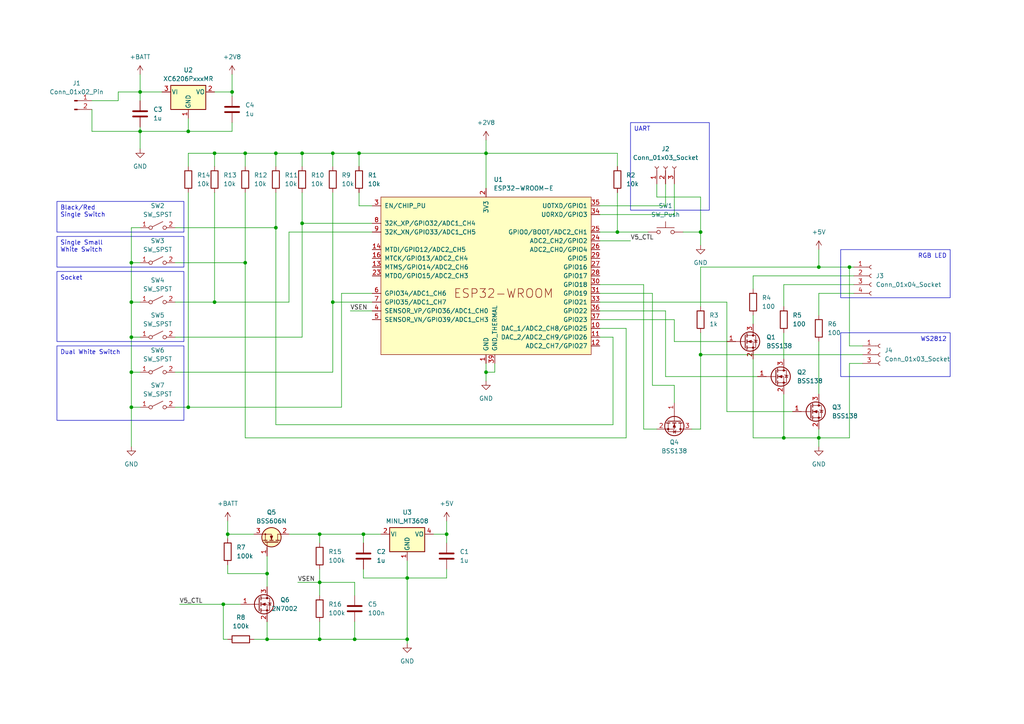
<source format=kicad_sch>
(kicad_sch (version 20230121) (generator eeschema)
  (paper "A4")
  (lib_symbols
    (symbol "Capacitor_US_AKL:C_0805" (pin_numbers hide) (pin_names (offset 0.254))
      (property "Reference" "C" (at 0.635 2.54 0))
      (property "Value" "C_0805" (at 0.635 -2.54 0))
      (symbol "C_0805_0_1"
        (polyline (pts (xy -2.032 -0.762) (xy 2.032 -0.762)) (stroke (width 0.508)))
        (polyline (pts (xy -2.032 0.762) (xy 2.032 0.762)) (stroke (width 0.508)))
      )
      (symbol "C_0805_1_1"
        (pin passive line (at 0 3.81 270) (length 2.794) (name "~") (number "1"))
        (pin passive line (at 0 -3.81 90) (length 2.794) (name "~") (number "2"))
      )
    )
    (symbol "Connector:Conn_01x02_Pin" (pin_names (offset 1.016) hide)
      (property "Reference" "J" (at 0 2.54 0))
      (property "Value" "Conn_01x02_Pin" (at 0 -5.08 0))
      (symbol "Conn_01x02_Pin_1_1"
        (polyline (pts (xy 1.27 -2.54) (xy 0.8636 -2.54)) (stroke (width 0.1524)))
        (polyline (pts (xy 1.27 0) (xy 0.8636 0)) (stroke (width 0.1524)))
        (rectangle (start 0.8636 -2.413) (end 0 -2.667) (stroke (width 0.1524)) (fill (type outline)))
        (rectangle (start 0.8636 0.127) (end 0 -0.127) (stroke (width 0.1524)) (fill (type outline)))
        (pin passive line (at 5.08 0 180) (length 3.81) (name "Pin_1") (number "1"))
        (pin passive line (at 5.08 -2.54 180) (length 3.81) (name "Pin_2") (number "2"))
      )
    )
    (symbol "Connector:Conn_01x03_Socket" (pin_names (offset 1.016) hide)
      (property "Reference" "J" (at 0 5.08 0))
      (property "Value" "Conn_01x03_Socket" (at 0 -5.08 0))
      (symbol "Conn_01x03_Socket_1_1"
        (arc (start 0 -2.032) (mid -0.5058 -2.54) (end 0 -3.048) (stroke (width 0.1524)))
        (polyline (pts (xy -1.27 -2.54) (xy -0.508 -2.54)) (stroke (width 0.1524)))
        (polyline (pts (xy -1.27 0) (xy -0.508 0)) (stroke (width 0.1524)))
        (polyline (pts (xy -1.27 2.54) (xy -0.508 2.54)) (stroke (width 0.1524)))
        (arc (start 0 0.508) (mid -0.5058 0) (end 0 -0.508) (stroke (width 0.1524)))
        (arc (start 0 3.048) (mid -0.5058 2.54) (end 0 2.032) (stroke (width 0.1524)))
        (pin passive line (at -5.08 2.54 0) (length 3.81) (name "Pin_1") (number "1"))
        (pin passive line (at -5.08 0 0) (length 3.81) (name "Pin_2") (number "2"))
        (pin passive line (at -5.08 -2.54 0) (length 3.81) (name "Pin_3") (number "3"))
      )
    )
    (symbol "Connector:Conn_01x04_Socket" (pin_names (offset 1.016) hide)
      (property "Reference" "J" (at 0 5.08 0))
      (property "Value" "Conn_01x04_Socket" (at 0 -7.62 0))
      (symbol "Conn_01x04_Socket_1_1"
        (arc (start 0 -4.572) (mid -0.5058 -5.08) (end 0 -5.588) (stroke (width 0.1524)))
        (arc (start 0 -2.032) (mid -0.5058 -2.54) (end 0 -3.048) (stroke (width 0.1524)))
        (polyline (pts (xy -1.27 -5.08) (xy -0.508 -5.08)) (stroke (width 0.1524)))
        (polyline (pts (xy -1.27 -2.54) (xy -0.508 -2.54)) (stroke (width 0.1524)))
        (polyline (pts (xy -1.27 0) (xy -0.508 0)) (stroke (width 0.1524)))
        (polyline (pts (xy -1.27 2.54) (xy -0.508 2.54)) (stroke (width 0.1524)))
        (arc (start 0 0.508) (mid -0.5058 0) (end 0 -0.508) (stroke (width 0.1524)))
        (arc (start 0 3.048) (mid -0.5058 2.54) (end 0 2.032) (stroke (width 0.1524)))
        (pin passive line (at -5.08 2.54 0) (length 3.81) (name "Pin_1") (number "1"))
        (pin passive line (at -5.08 0 0) (length 3.81) (name "Pin_2") (number "2"))
        (pin passive line (at -5.08 -2.54 0) (length 3.81) (name "Pin_3") (number "3"))
        (pin passive line (at -5.08 -5.08 0) (length 3.81) (name "Pin_4") (number "4"))
      )
    )
    (symbol "PCM_4ms_Power-symbol:GND" (power) (pin_names (offset 0))
      (property "Value" "GND" (at 0 -3.81 0))
      (symbol "GND_0_1"
        (polyline (pts (xy 0 0) (xy 0 -1.27) (xy 1.27 -1.27) (xy 0 -2.54) (xy -1.27 -1.27) (xy 0 -1.27)))
      )
      (symbol "GND_1_1"
        (pin power_in line (at 0 0 270) (length 0) hide (name "GND") (number "1"))
      )
    )
    (symbol "PCM_Espressif:ESP32-WROOM-E" (pin_names (offset 1.016))
      (property "Reference" "U" (at -30.48 27.94 0))
      (property "Value" "ESP32-WROOM-E" (at -30.48 25.4 0))
      (symbol "ESP32-WROOM-E_0_1"
        (rectangle (start -30.48 22.86) (end 30.48 -22.86) (fill (type background)))
      )
      (symbol "ESP32-WROOM-E_1_1"
        (text "ESP32-­WROOM­" (at 5.08 -5.08 0) (effects (font (size 2.54 2.54))))
        (pin power_in line (at 0 -25.4 90) (length 2.54) (name "GND") (number "1"))
        (pin bidirectional line (at 33.02 -15.24 180) (length 2.54) (name "DAC_1/ADC2_CH8/GPIO25") (number "10"))
        (pin bidirectional line (at 33.02 -17.78 180) (length 2.54) (name "DAC_2/ADC2_CH9/GPIO26") (number "11"))
        (pin bidirectional line (at 33.02 -20.32 180) (length 2.54) (name "ADC2_CH7/GPIO27") (number "12"))
        (pin bidirectional line (at -33.02 2.54 0) (length 2.54) (name "MTMS/GPIO14/ADC2_CH6") (number "13"))
        (pin bidirectional line (at -33.02 7.62 0) (length 2.54) (name "MTDI/GPIO12/ADC2_CH5") (number "14"))
        (pin passive line (at 0 -25.4 90) (length 2.54) hide (name "GND") (number "15"))
        (pin bidirectional line (at -33.02 5.08 0) (length 2.54) (name "MTCK/GPIO13/ADC2_CH4") (number "16"))
        (pin power_in line (at 0 25.4 270) (length 2.54) (name "3V3") (number "2"))
        (pin bidirectional line (at -33.02 0 0) (length 2.54) (name "MTDO/GPIO15/ADC2_CH3") (number "23"))
        (pin bidirectional line (at 33.02 10.16 180) (length 2.54) (name "ADC2_CH2/GPIO2") (number "24"))
        (pin bidirectional line (at 33.02 12.7 180) (length 2.54) (name "GPIO0/BOOT/ADC2_CH1") (number "25"))
        (pin bidirectional line (at 33.02 7.62 180) (length 2.54) (name "ADC2_CH0/GPIO4") (number "26"))
        (pin bidirectional line (at 33.02 2.54 180) (length 2.54) (name "GPIO16") (number "27"))
        (pin bidirectional line (at 33.02 0 180) (length 2.54) (name "GPIO17") (number "28"))
        (pin bidirectional line (at 33.02 5.08 180) (length 2.54) (name "GPIO5") (number "29"))
        (pin input line (at -33.02 20.32 0) (length 2.54) (name "EN/CHIP_PU") (number "3"))
        (pin bidirectional line (at 33.02 -2.54 180) (length 2.54) (name "GPIO18") (number "30"))
        (pin bidirectional line (at 33.02 -5.08 180) (length 2.54) (name "GPIO19") (number "31"))
        (pin bidirectional line (at 33.02 -7.62 180) (length 2.54) (name "GPIO21") (number "33"))
        (pin bidirectional line (at 33.02 17.78 180) (length 2.54) (name "U0RXD/GPIO3") (number "34"))
        (pin bidirectional line (at 33.02 20.32 180) (length 2.54) (name "U0TXD/GPIO1") (number "35"))
        (pin bidirectional line (at 33.02 -10.16 180) (length 2.54) (name "GPIO22") (number "36"))
        (pin bidirectional line (at 33.02 -12.7 180) (length 2.54) (name "GPIO23") (number "37"))
        (pin passive line (at 0 -25.4 90) (length 2.54) hide (name "GND") (number "38"))
        (pin power_in line (at 2.54 -25.4 90) (length 2.54) (name "GND_THERMAL") (number "39"))
        (pin input line (at -33.02 -10.16 0) (length 2.54) (name "SENSOR_VP/GPIO36/ADC1_CH0") (number "4"))
        (pin input line (at -33.02 -12.7 0) (length 2.54) (name "SENSOR_VN/GPIO39/ADC1_CH3") (number "5"))
        (pin input line (at -33.02 -5.08 0) (length 2.54) (name "GPIO34/ADC1_CH6") (number "6"))
        (pin input line (at -33.02 -7.62 0) (length 2.54) (name "GPIO35/ADC1_CH7") (number "7"))
        (pin bidirectional line (at -33.02 15.24 0) (length 2.54) (name "32K_XP/GPIO32/ADC1_CH4") (number "8"))
        (pin bidirectional line (at -33.02 12.7 0) (length 2.54) (name "32K_XN/GPIO33/ADC1_CH5") (number "9"))
      )
    )
    (symbol "Regulator_Linear:XC6206PxxxMR" (pin_names (offset 0.254))
      (property "Reference" "U" (at -3.81 3.175 0))
      (property "Value" "XC6206PxxxMR" (at 0 3.175 0))
      (symbol "XC6206PxxxMR_0_1"
        (rectangle (start -5.08 1.905) (end 5.08 -5.08) (stroke (width 0.254)) (fill (type background)))
      )
      (symbol "XC6206PxxxMR_1_1"
        (pin power_in line (at 0 -7.62 90) (length 2.54) (name "GND") (number "1"))
        (pin power_out line (at 7.62 0 180) (length 2.54) (name "VO") (number "2"))
        (pin power_in line (at -7.62 0 0) (length 2.54) (name "VI") (number "3"))
      )
    )
    (symbol "Resistor_AKL:R_0805" (pin_numbers hide) (pin_names (offset 0))
      (property "Reference" "R" (at 2.54 1.27 0))
      (property "Value" "R_0805" (at 2.54 -1.27 0))
      (symbol "R_0805_0_1"
        (rectangle (start -1.016 -2.54) (end 1.016 2.54) (stroke (width 0.254)))
      )
      (symbol "R_0805_1_1"
        (pin passive line (at 0 3.81 270) (length 1.27) (name "~") (number "1"))
        (pin passive line (at 0 -3.81 90) (length 1.27) (name "~") (number "2"))
      )
    )
    (symbol "Switch:SW_Push" (pin_numbers hide) (pin_names (offset 1.016) hide)
      (property "Reference" "SW" (at 1.27 2.54 0))
      (property "Value" "SW_Push" (at 0 -1.524 0))
      (symbol "SW_Push_0_1"
        (circle (center -2.032 0) (radius 0.508))
        (polyline (pts (xy 0 1.27) (xy 0 3.048)))
        (polyline (pts (xy 2.54 1.27) (xy -2.54 1.27)))
        (circle (center 2.032 0) (radius 0.508))
        (pin passive line (at -5.08 0 0) (length 2.54) (name "1") (number "1"))
        (pin passive line (at 5.08 0 180) (length 2.54) (name "2") (number "2"))
      )
    )
    (symbol "Switch:SW_SPST" (pin_names (offset 0) hide)
      (property "Reference" "SW" (at 0 3.175 0))
      (property "Value" "SW_SPST" (at 0 -2.54 0))
      (symbol "SW_SPST_0_0"
        (circle (center -2.032 0) (radius 0.508))
        (polyline (pts (xy -1.524 0.254) (xy 1.524 1.778)))
        (circle (center 2.032 0) (radius 0.508))
      )
      (symbol "SW_SPST_1_1"
        (pin passive line (at -5.08 0 0) (length 2.54) (name "A") (number "1"))
        (pin passive line (at 5.08 0 180) (length 2.54) (name "B") (number "2"))
      )
    )
    (symbol "Transistor_FET:2N7002" (pin_names hide)
      (property "Reference" "Q" (at 5.08 1.905 0))
      (property "Value" "2N7002" (at 5.08 0 0))
      (symbol "2N7002_0_1"
        (polyline (pts (xy 0.254 0) (xy -2.54 0)))
        (polyline (pts (xy 0.254 1.905) (xy 0.254 -1.905)) (stroke (width 0.254)))
        (polyline (pts (xy 0.762 -1.27) (xy 0.762 -2.286)) (stroke (width 0.254)))
        (polyline (pts (xy 0.762 0.508) (xy 0.762 -0.508)) (stroke (width 0.254)))
        (polyline (pts (xy 0.762 2.286) (xy 0.762 1.27)) (stroke (width 0.254)))
        (polyline (pts (xy 2.54 2.54) (xy 2.54 1.778)))
        (polyline (pts (xy 2.54 -2.54) (xy 2.54 0) (xy 0.762 0)))
        (polyline (pts (xy 0.762 -1.778) (xy 3.302 -1.778) (xy 3.302 1.778) (xy 0.762 1.778)))
        (polyline (pts (xy 1.016 0) (xy 2.032 0.381) (xy 2.032 -0.381) (xy 1.016 0)) (fill (type outline)))
        (polyline (pts (xy 2.794 0.508) (xy 2.921 0.381) (xy 3.683 0.381) (xy 3.81 0.254)))
        (polyline (pts (xy 3.302 0.381) (xy 2.921 -0.254) (xy 3.683 -0.254) (xy 3.302 0.381)))
        (circle (center 1.651 0) (radius 2.794) (stroke (width 0.254)))
        (circle (center 2.54 -1.778) (radius 0.254) (fill (type outline)))
        (circle (center 2.54 1.778) (radius 0.254) (fill (type outline)))
      )
      (symbol "2N7002_1_1"
        (pin input line (at -5.08 0 0) (length 2.54) (name "G") (number "1"))
        (pin passive line (at 2.54 -5.08 90) (length 2.54) (name "S") (number "2"))
        (pin passive line (at 2.54 5.08 270) (length 2.54) (name "D") (number "3"))
      )
    )
    (symbol "Transistor_FET:BSS138" (pin_names hide)
      (property "Reference" "Q" (at 5.08 1.905 0))
      (property "Value" "BSS138" (at 5.08 0 0))
      (symbol "BSS138_0_1"
        (polyline (pts (xy 0.254 0) (xy -2.54 0)))
        (polyline (pts (xy 0.254 1.905) (xy 0.254 -1.905)) (stroke (width 0.254)))
        (polyline (pts (xy 0.762 -1.27) (xy 0.762 -2.286)) (stroke (width 0.254)))
        (polyline (pts (xy 0.762 0.508) (xy 0.762 -0.508)) (stroke (width 0.254)))
        (polyline (pts (xy 0.762 2.286) (xy 0.762 1.27)) (stroke (width 0.254)))
        (polyline (pts (xy 2.54 2.54) (xy 2.54 1.778)))
        (polyline (pts (xy 2.54 -2.54) (xy 2.54 0) (xy 0.762 0)))
        (polyline (pts (xy 0.762 -1.778) (xy 3.302 -1.778) (xy 3.302 1.778) (xy 0.762 1.778)))
        (polyline (pts (xy 1.016 0) (xy 2.032 0.381) (xy 2.032 -0.381) (xy 1.016 0)) (fill (type outline)))
        (polyline (pts (xy 2.794 0.508) (xy 2.921 0.381) (xy 3.683 0.381) (xy 3.81 0.254)))
        (polyline (pts (xy 3.302 0.381) (xy 2.921 -0.254) (xy 3.683 -0.254) (xy 3.302 0.381)))
        (circle (center 1.651 0) (radius 2.794) (stroke (width 0.254)))
        (circle (center 2.54 -1.778) (radius 0.254) (fill (type outline)))
        (circle (center 2.54 1.778) (radius 0.254) (fill (type outline)))
      )
      (symbol "BSS138_1_1"
        (pin input line (at -5.08 0 0) (length 2.54) (name "G") (number "1"))
        (pin passive line (at 2.54 -5.08 90) (length 2.54) (name "S") (number "2"))
        (pin passive line (at 2.54 5.08 270) (length 2.54) (name "D") (number "3"))
      )
    )
    (symbol "Transistor_MOSFET_AKL:BSS606N" (pin_names hide)
      (property "Reference" "Q" (at 5.08 1.27 0))
      (property "Value" "BSS606N" (at 5.08 -1.27 0))
      (symbol "BSS606N_0_1"
        (polyline (pts (xy 0.254 -1.27) (xy -2.54 -1.27)))
        (polyline (pts (xy 0.254 1.905) (xy 0.254 -1.905)) (stroke (width 0.254)))
        (polyline (pts (xy 0.762 -1.778) (xy 2.54 -1.778)))
        (polyline (pts (xy 0.762 -1.27) (xy 0.762 -2.286)) (stroke (width 0.254)))
        (polyline (pts (xy 0.762 0.508) (xy 0.762 -0.508)) (stroke (width 0.254)))
        (polyline (pts (xy 0.762 2.286) (xy 0.762 1.27)) (stroke (width 0.254)))
        (polyline (pts (xy 2.54 1.778) (xy 0.762 1.778)))
        (polyline (pts (xy 2.54 2.54) (xy 2.54 1.778)))
        (polyline (pts (xy 2.54 -2.54) (xy 2.54 0) (xy 0.762 0)))
        (polyline (pts (xy 1.016 0) (xy 2.032 0.381) (xy 2.032 -0.381) (xy 1.016 0)) (fill (type outline)))
        (circle (center 1.651 0) (radius 2.794) (stroke (width 0.254)) (fill (type background)))
        (circle (center 2.54 -1.778) (radius 0.1778) (fill (type outline)))
      )
      (symbol "BSS606N_1_1"
        (pin input line (at -3.81 -1.27 0) (length 2.54) (name "G") (number "1"))
        (pin passive line (at 2.54 5.08 270) (length 2.54) (name "D") (number "2"))
        (pin passive line (at 2.54 -5.08 90) (length 2.54) (name "S") (number "3"))
      )
    )
    (symbol "custom_symbols:MINI_MT3608" (pin_names (offset 0.254))
      (property "Reference" "U" (at -3.81 3.175 0))
      (property "Value" "MINI_MT3608" (at 0 3.175 0))
      (symbol "MINI_MT3608_1_1"
        (rectangle (start -5.08 1.905) (end 5.08 -5.08) (stroke (width 0.254)) (fill (type background)))
        (pin power_in line (at 0 -7.62 90) (length 2.54) (name "GND") (number "1"))
        (pin power_in line (at -7.62 0 0) (length 2.54) (name "VI") (number "2"))
        (pin power_in line (at 0 -7.62 90) (length 2.54) hide (name "GND") (number "3"))
        (pin power_out line (at 7.62 0 180) (length 2.54) (name "VO") (number "4"))
      )
    )
    (symbol "power:+2V8" (power) (pin_names (offset 0))
      (property "Value" "+2V8" (at 0 3.556 0))
      (symbol "+2V8_0_1"
        (polyline (pts (xy -0.762 1.27) (xy 0 2.54)))
        (polyline (pts (xy 0 0) (xy 0 2.54)))
        (polyline (pts (xy 0 2.54) (xy 0.762 1.27)))
      )
      (symbol "+2V8_1_1"
        (pin power_in line (at 0 0 90) (length 0) hide (name "+2V8") (number "1"))
      )
    )
    (symbol "power:+5V" (power) (pin_names (offset 0))
      (property "Value" "+5V" (at 0 3.556 0))
      (symbol "+5V_0_1"
        (polyline (pts (xy -0.762 1.27) (xy 0 2.54)))
        (polyline (pts (xy 0 0) (xy 0 2.54)))
        (polyline (pts (xy 0 2.54) (xy 0.762 1.27)))
      )
      (symbol "+5V_1_1"
        (pin power_in line (at 0 0 90) (length 0) hide (name "+5V") (number "1"))
      )
    )
    (symbol "power:+BATT" (power) (pin_names (offset 0))
      (property "Value" "+BATT" (at 0 3.556 0))
      (symbol "+BATT_0_1"
        (polyline (pts (xy -0.762 1.27) (xy 0 2.54)))
        (polyline (pts (xy 0 0) (xy 0 2.54)))
        (polyline (pts (xy 0 2.54) (xy 0.762 1.27)))
      )
      (symbol "+BATT_1_1"
        (pin power_in line (at 0 0 90) (length 0) hide (name "+BATT") (number "1"))
      )
    )
  )
  (junction (at 87.63 64.77))
  (junction (at 129.54 154.94))
  (junction (at 203.2 102.87))
  (junction (at 77.47 166.37))
  (junction (at 38.1 76.2))
  (junction (at 105.41 154.94))
  (junction (at 96.52 87.63))
  (junction (at 246.38 77.47))
  (junction (at 40.64 38.1))
  (junction (at 64.77 175.26))
  (junction (at 102.87 185.42))
  (junction (at 62.23 44.45))
  (junction (at 140.97 107.95))
  (junction (at 96.52 44.45))
  (junction (at 80.01 66.04))
  (junction (at 92.71 168.91))
  (junction (at 104.14 44.45))
  (junction (at 38.1 107.95))
  (junction (at 71.12 76.2))
  (junction (at 62.23 87.63))
  (junction (at 237.49 127))
  (junction (at 118.11 167.64))
  (junction (at 54.61 118.11))
  (junction (at 140.97 44.45))
  (junction (at 227.33 127))
  (junction (at 77.47 185.42))
  (junction (at 38.1 118.11))
  (junction (at 71.12 44.45))
  (junction (at 203.2 67.31))
  (junction (at 67.31 26.67))
  (junction (at 92.71 154.94))
  (junction (at 38.1 97.79))
  (junction (at 92.71 185.42))
  (junction (at 40.64 26.67))
  (junction (at 237.49 77.47))
  (junction (at 38.1 87.63))
  (junction (at 66.04 154.94))
  (junction (at 118.11 185.42))
  (junction (at 179.07 67.31))
  (junction (at 80.01 44.45))
  (junction (at 54.61 38.1))
  (junction (at 87.63 44.45))
  (wire (pts (xy 118.11 167.64) (xy 118.11 185.42)))
  (wire (pts (xy 67.31 21.59) (xy 67.31 26.67)))
  (wire (pts (xy 129.54 167.64) (xy 118.11 167.64)))
  (wire (pts (xy 50.8 76.2) (xy 71.12 76.2)))
  (wire (pts (xy 71.12 44.45) (xy 80.01 44.45)))
  (wire (pts (xy 203.2 102.87) (xy 203.2 124.46)))
  (wire (pts (xy 40.64 36.83) (xy 40.64 38.1)))
  (wire (pts (xy 38.1 107.95) (xy 38.1 118.11)))
  (wire (pts (xy 190.5 124.46) (xy 186.69 124.46)))
  (wire (pts (xy 195.58 92.71) (xy 173.99 92.71)))
  (wire (pts (xy 189.23 85.09) (xy 173.99 85.09)))
  (wire (pts (xy 203.2 57.15) (xy 203.2 67.31)))
  (wire (pts (xy 177.8 97.79) (xy 177.8 123.19)))
  (wire (pts (xy 92.71 165.1) (xy 92.71 168.91)))
  (wire (pts (xy 203.2 71.12) (xy 203.2 67.31)))
  (wire (pts (xy 26.67 31.75) (xy 26.67 38.1)))
  (wire (pts (xy 38.1 118.11) (xy 40.64 118.11)))
  (wire (pts (xy 237.49 85.09) (xy 237.49 91.44)))
  (wire (pts (xy 71.12 48.26) (xy 71.12 44.45)))
  (wire (pts (xy 40.64 29.21) (xy 40.64 26.67)))
  (wire (pts (xy 179.07 48.26) (xy 179.07 44.45)))
  (wire (pts (xy 218.44 91.44) (xy 218.44 93.98)))
  (wire (pts (xy 143.51 105.41) (xy 143.51 107.95)))
  (wire (pts (xy 62.23 44.45) (xy 71.12 44.45)))
  (wire (pts (xy 86.36 168.91) (xy 92.71 168.91)))
  (wire (pts (xy 210.82 99.06) (xy 195.58 99.06)))
  (wire (pts (xy 102.87 172.72) (xy 102.87 168.91)))
  (wire (pts (xy 129.54 151.13) (xy 129.54 154.94)))
  (wire (pts (xy 26.67 38.1) (xy 40.64 38.1)))
  (wire (pts (xy 64.77 185.42) (xy 64.77 175.26)))
  (wire (pts (xy 102.87 185.42) (xy 118.11 185.42)))
  (wire (pts (xy 104.14 59.69) (xy 107.95 59.69)))
  (wire (pts (xy 66.04 166.37) (xy 77.47 166.37)))
  (wire (pts (xy 246.38 105.41) (xy 246.38 127)))
  (wire (pts (xy 104.14 44.45) (xy 140.97 44.45)))
  (wire (pts (xy 40.64 38.1) (xy 54.61 38.1)))
  (wire (pts (xy 104.14 48.26) (xy 104.14 44.45)))
  (wire (pts (xy 227.33 127) (xy 237.49 127)))
  (wire (pts (xy 203.2 102.87) (xy 250.19 102.87)))
  (wire (pts (xy 92.71 154.94) (xy 105.41 154.94)))
  (wire (pts (xy 189.23 111.76) (xy 189.23 85.09)))
  (wire (pts (xy 105.41 167.64) (xy 118.11 167.64)))
  (wire (pts (xy 62.23 55.88) (xy 62.23 87.63)))
  (wire (pts (xy 92.71 185.42) (xy 102.87 185.42)))
  (wire (pts (xy 105.41 157.48) (xy 105.41 154.94)))
  (wire (pts (xy 140.97 40.64) (xy 140.97 44.45)))
  (wire (pts (xy 80.01 66.04) (xy 80.01 123.19)))
  (wire (pts (xy 218.44 127) (xy 227.33 127)))
  (wire (pts (xy 190.5 57.15) (xy 203.2 57.15)))
  (wire (pts (xy 195.58 116.84) (xy 195.58 111.76)))
  (wire (pts (xy 173.99 82.55) (xy 186.69 82.55)))
  (wire (pts (xy 179.07 55.88) (xy 179.07 67.31)))
  (wire (pts (xy 237.49 77.47) (xy 246.38 77.47)))
  (wire (pts (xy 193.04 109.22) (xy 219.71 109.22)))
  (wire (pts (xy 102.87 168.91) (xy 92.71 168.91)))
  (wire (pts (xy 92.71 168.91) (xy 92.71 172.72)))
  (wire (pts (xy 38.1 76.2) (xy 38.1 87.63)))
  (wire (pts (xy 40.64 76.2) (xy 38.1 76.2)))
  (wire (pts (xy 186.69 82.55) (xy 186.69 124.46)))
  (wire (pts (xy 26.67 29.21) (xy 34.29 29.21)))
  (wire (pts (xy 64.77 175.26) (xy 69.85 175.26)))
  (wire (pts (xy 80.01 55.88) (xy 80.01 66.04)))
  (wire (pts (xy 193.04 59.69) (xy 193.04 53.34)))
  (wire (pts (xy 179.07 44.45) (xy 140.97 44.45)))
  (wire (pts (xy 140.97 44.45) (xy 140.97 54.61)))
  (wire (pts (xy 179.07 67.31) (xy 173.99 67.31)))
  (wire (pts (xy 96.52 48.26) (xy 96.52 44.45)))
  (wire (pts (xy 129.54 154.94) (xy 129.54 157.48)))
  (wire (pts (xy 54.61 48.26) (xy 54.61 44.45)))
  (wire (pts (xy 195.58 62.23) (xy 195.58 53.34)))
  (wire (pts (xy 71.12 55.88) (xy 71.12 76.2)))
  (wire (pts (xy 67.31 27.94) (xy 67.31 26.67)))
  (wire (pts (xy 87.63 64.77) (xy 107.95 64.77)))
  (wire (pts (xy 246.38 127) (xy 237.49 127)))
  (wire (pts (xy 54.61 118.11) (xy 99.06 118.11)))
  (wire (pts (xy 218.44 104.14) (xy 218.44 127)))
  (wire (pts (xy 203.2 88.9) (xy 203.2 77.47)))
  (wire (pts (xy 143.51 107.95) (xy 140.97 107.95)))
  (wire (pts (xy 101.6 90.17) (xy 107.95 90.17)))
  (wire (pts (xy 105.41 154.94) (xy 110.49 154.94)))
  (wire (pts (xy 87.63 44.45) (xy 96.52 44.45)))
  (wire (pts (xy 50.8 66.04) (xy 80.01 66.04)))
  (wire (pts (xy 173.99 59.69) (xy 193.04 59.69)))
  (wire (pts (xy 38.1 107.95) (xy 40.64 107.95)))
  (wire (pts (xy 38.1 118.11) (xy 38.1 129.54)))
  (wire (pts (xy 38.1 87.63) (xy 38.1 97.79)))
  (wire (pts (xy 92.71 180.34) (xy 92.71 185.42)))
  (wire (pts (xy 66.04 154.94) (xy 73.66 154.94)))
  (wire (pts (xy 71.12 76.2) (xy 71.12 127)))
  (wire (pts (xy 181.61 95.25) (xy 181.61 127)))
  (wire (pts (xy 227.33 96.52) (xy 227.33 104.14)))
  (wire (pts (xy 193.04 90.17) (xy 173.99 90.17)))
  (wire (pts (xy 96.52 55.88) (xy 96.52 87.63)))
  (wire (pts (xy 247.65 85.09) (xy 237.49 85.09)))
  (wire (pts (xy 203.2 96.52) (xy 203.2 102.87)))
  (wire (pts (xy 247.65 80.01) (xy 218.44 80.01)))
  (wire (pts (xy 38.1 97.79) (xy 40.64 97.79)))
  (wire (pts (xy 66.04 163.83) (xy 66.04 166.37)))
  (wire (pts (xy 77.47 161.29) (xy 77.47 166.37)))
  (wire (pts (xy 71.12 127) (xy 181.61 127)))
  (wire (pts (xy 203.2 77.47) (xy 237.49 77.47)))
  (wire (pts (xy 87.63 55.88) (xy 87.63 64.77)))
  (wire (pts (xy 140.97 105.41) (xy 140.97 107.95)))
  (wire (pts (xy 80.01 48.26) (xy 80.01 44.45)))
  (wire (pts (xy 67.31 35.56) (xy 67.31 38.1)))
  (wire (pts (xy 179.07 67.31) (xy 187.96 67.31)))
  (wire (pts (xy 250.19 100.33) (xy 246.38 100.33)))
  (wire (pts (xy 173.99 62.23) (xy 195.58 62.23)))
  (wire (pts (xy 173.99 87.63) (xy 210.82 87.63)))
  (wire (pts (xy 77.47 185.42) (xy 92.71 185.42)))
  (wire (pts (xy 129.54 165.1) (xy 129.54 167.64)))
  (wire (pts (xy 77.47 166.37) (xy 77.47 170.18)))
  (wire (pts (xy 246.38 77.47) (xy 247.65 77.47)))
  (wire (pts (xy 200.66 124.46) (xy 203.2 124.46)))
  (wire (pts (xy 96.52 87.63) (xy 107.95 87.63)))
  (wire (pts (xy 50.8 87.63) (xy 62.23 87.63)))
  (wire (pts (xy 87.63 48.26) (xy 87.63 44.45)))
  (wire (pts (xy 250.19 105.41) (xy 246.38 105.41)))
  (wire (pts (xy 54.61 44.45) (xy 62.23 44.45)))
  (wire (pts (xy 210.82 87.63) (xy 210.82 119.38)))
  (wire (pts (xy 67.31 26.67) (xy 62.23 26.67)))
  (wire (pts (xy 62.23 48.26) (xy 62.23 44.45)))
  (wire (pts (xy 40.64 26.67) (xy 46.99 26.67)))
  (wire (pts (xy 173.99 69.85) (xy 182.88 69.85)))
  (wire (pts (xy 237.49 77.47) (xy 237.49 72.39)))
  (wire (pts (xy 129.54 154.94) (xy 125.73 154.94)))
  (wire (pts (xy 38.1 97.79) (xy 38.1 107.95)))
  (wire (pts (xy 104.14 55.88) (xy 104.14 59.69)))
  (wire (pts (xy 190.5 57.15) (xy 190.5 53.34)))
  (wire (pts (xy 62.23 87.63) (xy 83.82 87.63)))
  (wire (pts (xy 237.49 127) (xy 237.49 129.54)))
  (wire (pts (xy 247.65 82.55) (xy 227.33 82.55)))
  (wire (pts (xy 246.38 100.33) (xy 246.38 77.47)))
  (wire (pts (xy 66.04 154.94) (xy 66.04 156.21)))
  (wire (pts (xy 50.8 107.95) (xy 96.52 107.95)))
  (wire (pts (xy 229.87 119.38) (xy 210.82 119.38)))
  (wire (pts (xy 105.41 165.1) (xy 105.41 167.64)))
  (wire (pts (xy 193.04 109.22) (xy 193.04 90.17)))
  (wire (pts (xy 237.49 124.46) (xy 237.49 127)))
  (wire (pts (xy 218.44 80.01) (xy 218.44 83.82)))
  (wire (pts (xy 34.29 29.21) (xy 34.29 26.67)))
  (wire (pts (xy 54.61 34.29) (xy 54.61 38.1)))
  (wire (pts (xy 203.2 67.31) (xy 198.12 67.31)))
  (wire (pts (xy 99.06 118.11) (xy 99.06 85.09)))
  (wire (pts (xy 118.11 162.56) (xy 118.11 167.64)))
  (wire (pts (xy 66.04 185.42) (xy 64.77 185.42)))
  (wire (pts (xy 40.64 21.59) (xy 40.64 26.67)))
  (wire (pts (xy 118.11 185.42) (xy 118.11 186.69)))
  (wire (pts (xy 237.49 99.06) (xy 237.49 114.3)))
  (wire (pts (xy 50.8 118.11) (xy 54.61 118.11)))
  (wire (pts (xy 96.52 44.45) (xy 104.14 44.45)))
  (wire (pts (xy 40.64 38.1) (xy 40.64 43.18)))
  (wire (pts (xy 99.06 85.09) (xy 107.95 85.09)))
  (wire (pts (xy 77.47 180.34) (xy 77.47 185.42)))
  (wire (pts (xy 227.33 82.55) (xy 227.33 88.9)))
  (wire (pts (xy 102.87 180.34) (xy 102.87 185.42)))
  (wire (pts (xy 83.82 154.94) (xy 92.71 154.94)))
  (wire (pts (xy 38.1 87.63) (xy 40.64 87.63)))
  (wire (pts (xy 34.29 26.67) (xy 40.64 26.67)))
  (wire (pts (xy 140.97 107.95) (xy 140.97 110.49)))
  (wire (pts (xy 87.63 64.77) (xy 87.63 97.79)))
  (wire (pts (xy 50.8 97.79) (xy 87.63 97.79)))
  (wire (pts (xy 67.31 38.1) (xy 54.61 38.1)))
  (wire (pts (xy 83.82 87.63) (xy 83.82 67.31)))
  (wire (pts (xy 80.01 123.19) (xy 177.8 123.19)))
  (wire (pts (xy 52.07 175.26) (xy 64.77 175.26)))
  (wire (pts (xy 83.82 67.31) (xy 107.95 67.31)))
  (wire (pts (xy 38.1 66.04) (xy 40.64 66.04)))
  (wire (pts (xy 177.8 97.79) (xy 173.99 97.79)))
  (wire (pts (xy 38.1 66.04) (xy 38.1 76.2)))
  (wire (pts (xy 195.58 111.76) (xy 189.23 111.76)))
  (wire (pts (xy 80.01 44.45) (xy 87.63 44.45)))
  (wire (pts (xy 73.66 185.42) (xy 77.47 185.42)))
  (wire (pts (xy 96.52 107.95) (xy 96.52 87.63)))
  (wire (pts (xy 227.33 114.3) (xy 227.33 127)))
  (wire (pts (xy 195.58 92.71) (xy 195.58 99.06)))
  (wire (pts (xy 66.04 151.13) (xy 66.04 154.94)))
  (wire (pts (xy 92.71 154.94) (xy 92.71 157.48)))
  (wire (pts (xy 54.61 55.88) (xy 54.61 118.11)))
  (wire (pts (xy 173.99 95.25) (xy 181.61 95.25)))
  (text_box "Black/Red\nSingle Switch" (at 16.51 58.42 0) (size 36.83 8.89) (effects (font (size 1.27 1.27)) (justify left top)))
  (text_box "UART" (at 182.88 35.56 0) (size 22.86 25.4) (effects (font (size 1.27 1.27)) (justify left top)))
  (text_box "RGB LED" (at 243.84 72.39 0) (size 31.75 13.97) (effects (font (size 1.27 1.27)) (justify right top)))
  (text_box "Dual White Switch" (at 16.51 100.33 0) (size 36.83 21.59) (effects (font (size 1.27 1.27)) (justify left top)))
  (text_box "Single Small\nWhite Switch" (at 16.51 68.58 0) (size 36.83 8.89) (effects (font (size 1.27 1.27)) (justify left top)))
  (text_box "WS2812" (at 243.84 96.52 0) (size 31.75 12.7) (effects (font (size 1.27 1.27)) (justify right top)))
  (text_box "Socket" (at 16.51 78.74 0) (size 36.83 20.32) (effects (font (size 1.27 1.27)) (justify left top)))
  (label "VSEN" (at 101.6 90.17 0))
  (label "VSEN" (at 86.36 168.91 0))
  (label "V5_CTL" (at 182.88 69.85 0))
  (label "V5_CTL" (at 52.07 175.26 0))
  (symbol (lib_id "PCM_4ms_Power-symbol:GND") (at 118.11 186.69 0) (unit 1)
    (property "Reference" "#PWR010" (effects hide))
    (property "Value" "GND" (at 118.11 191.77 0))
  )
  (symbol (lib_id "Capacitor_US_AKL:C_0805") (at 40.64 33.02 0) (unit 1)
    (property "Reference" "C3" (at 44.45 31.75 0) (effects (justify left)))
    (property "Value" "1u" (at 44.45 34.29 0) (effects (justify left)))
    (property "Footprint" "Capacitor_SMD_AKL:C_0805_2012Metric" (effects hide))
  )
  (symbol (lib_id "Connector:Conn_01x02_Pin") (at 21.59 29.21 0) (unit 1)
    (property "Reference" "J1" (at 22.225 24.13 0))
    (property "Value" "Conn_01x02_Pin" (at 22.225 26.67 0))
    (property "Footprint" "Connector_PinHeader_2.54mm:PinHeader_1x02_P2.54mm_Vertical" (effects hide))
  )
  (symbol (lib_id "PCM_4ms_Power-symbol:GND") (at 140.97 110.49 0) (unit 1)
    (property "Reference" "#PWR01" (effects hide))
    (property "Value" "GND" (at 140.97 115.57 0))
  )
  (symbol (lib_id "power:+BATT") (at 40.64 21.59 0) (unit 1)
    (property "Reference" "#PWR08" (effects hide))
    (property "Value" "+BATT" (at 40.64 16.51 0))
  )
  (symbol (lib_id "Resistor_AKL:R_0805") (at 54.61 52.07 0) (unit 1)
    (property "Reference" "R14" (at 57.15 50.8 0) (effects (justify left)))
    (property "Value" "10k" (at 57.15 53.34 0) (effects (justify left)))
    (property "Footprint" "Resistor_SMD_AKL:R_0805_2012Metric" (effects hide))
  )
  (symbol (lib_id "Resistor_AKL:R_0805") (at 71.12 52.07 0) (unit 1)
    (property "Reference" "R12" (at 73.66 50.8 0) (effects (justify left)))
    (property "Value" "10k" (at 73.66 53.34 0) (effects (justify left)))
    (property "Footprint" "Resistor_SMD_AKL:R_0805_2012Metric" (effects hide))
  )
  (symbol (lib_id "Switch:SW_SPST") (at 45.72 107.95 0) (unit 1)
    (property "Reference" "SW6" (at 45.72 101.6 0))
    (property "Value" "SW_SPST" (at 45.72 104.14 0))
    (property "Footprint" "Connector_PinHeader_2.54mm:PinHeader_1x02_P2.54mm_Vertical" (effects hide))
  )
  (symbol (lib_id "Switch:SW_Push") (at 193.04 67.31 0) (unit 1)
    (property "Reference" "SW1" (at 193.04 59.69 0))
    (property "Value" "SW_Push" (at 193.04 62.23 0))
    (property "Footprint" "Connector_PinHeader_2.54mm:PinHeader_1x02_P2.54mm_Vertical" (effects hide))
  )
  (symbol (lib_id "Capacitor_US_AKL:C_0805") (at 67.31 31.75 0) (unit 1)
    (property "Reference" "C4" (at 71.12 30.48 0) (effects (justify left)))
    (property "Value" "1u" (at 71.12 33.02 0) (effects (justify left)))
    (property "Footprint" "Capacitor_SMD_AKL:C_0805_2012Metric" (effects hide))
  )
  (symbol (lib_id "PCM_4ms_Power-symbol:GND") (at 203.2 71.12 0) (unit 1)
    (property "Reference" "#PWR05" (effects hide))
    (property "Value" "GND" (at 203.2 76.2 0))
  )
  (symbol (lib_id "Transistor_FET:BSS138") (at 215.9 99.06 0) (unit 1)
    (property "Reference" "Q1" (at 222.25 97.79 0) (effects (justify left)))
    (property "Value" "BSS138" (at 222.25 100.33 0) (effects (justify left)))
    (property "Footprint" "Package_TO_SOT_SMD:SOT-23" (effects hide))
    (property "Datasheet" "https://www.onsemi.com/pub/Collateral/BSS138-D.PDF" (effects hide))
  )
  (symbol (lib_id "Resistor_AKL:R_0805") (at 227.33 92.71 0) (unit 1)
    (property "Reference" "R5" (at 229.87 91.44 0) (effects (justify left)))
    (property "Value" "100" (at 229.87 93.98 0) (effects (justify left)))
    (property "Footprint" "Resistor_SMD_AKL:R_0805_2012Metric" (effects hide))
  )
  (symbol (lib_id "Switch:SW_SPST") (at 45.72 66.04 0) (unit 1)
    (property "Reference" "SW2" (at 45.72 59.69 0))
    (property "Value" "SW_SPST" (at 45.72 62.23 0))
    (property "Footprint" "Connector_PinHeader_2.54mm:PinHeader_1x02_P2.54mm_Vertical" (effects hide))
  )
  (symbol (lib_id "Transistor_FET:BSS138") (at 224.79 109.22 0) (unit 1)
    (property "Reference" "Q2" (at 231.14 107.95 0) (effects (justify left)))
    (property "Value" "BSS138" (at 231.14 110.49 0) (effects (justify left)))
    (property "Footprint" "Package_TO_SOT_SMD:SOT-23" (effects hide))
    (property "Datasheet" "https://www.onsemi.com/pub/Collateral/BSS138-D.PDF" (effects hide))
  )
  (symbol (lib_id "Regulator_Linear:XC6206PxxxMR") (at 54.61 26.67 0) (unit 1)
    (property "Reference" "U2" (at 54.61 20.32 0))
    (property "Value" "XC6206PxxxMR" (at 54.61 22.86 0))
    (property "Footprint" "Package_TO_SOT_SMD:SOT-23-3" (effects hide))
    (property "Datasheet" "https://www.torexsemi.com/file/xc6206/XC6206.pdf" (effects hide))
  )
  (symbol (lib_id "Connector:Conn_01x03_Socket") (at 255.27 102.87 0) (unit 1)
    (property "Reference" "J4" (at 256.54 101.6 0) (effects (justify left)))
    (property "Value" "Conn_01x03_Socket" (at 256.54 104.14 0) (effects (justify left)))
    (property "Footprint" "Connector_PinHeader_2.54mm:PinHeader_1x03_P2.54mm_Vertical" (effects hide))
  )
  (symbol (lib_id "Transistor_FET:2N7002") (at 74.93 175.26 0) (unit 1)
    (property "Reference" "Q6" (at 81.28 173.99 0) (effects (justify left)))
    (property "Value" "2N7002" (at 78.74 176.53 0) (effects (justify left)))
    (property "Footprint" "Package_TO_SOT_SMD:SOT-23" (effects hide))
    (property "Datasheet" "https://www.onsemi.com/pub/Collateral/NDS7002A-D.PDF" (effects hide))
  )
  (symbol (lib_id "Switch:SW_SPST") (at 45.72 118.11 0) (unit 1)
    (property "Reference" "SW7" (at 45.72 111.76 0))
    (property "Value" "SW_SPST" (at 45.72 114.3 0))
    (property "Footprint" "Connector_PinHeader_2.54mm:PinHeader_1x02_P2.54mm_Vertical" (effects hide))
  )
  (symbol (lib_id "Capacitor_US_AKL:C_0805") (at 102.87 176.53 0) (unit 1)
    (property "Reference" "C5" (at 106.68 175.26 0) (effects (justify left)))
    (property "Value" "100n" (at 106.68 177.8 0) (effects (justify left)))
    (property "Footprint" "Capacitor_SMD_AKL:C_0805_2012Metric" (effects hide))
  )
  (symbol (lib_id "Connector:Conn_01x04_Socket") (at 252.73 80.01 0) (unit 1)
    (property "Reference" "J3" (at 254 80.01 0) (effects (justify left)))
    (property "Value" "Conn_01x04_Socket" (at 254 82.55 0) (effects (justify left)))
    (property "Footprint" "Connector_PinHeader_2.54mm:PinHeader_1x04_P2.54mm_Vertical" (effects hide))
  )
  (symbol (lib_id "power:+5V") (at 237.49 72.39 0) (unit 1)
    (property "Reference" "#PWR07" (effects hide))
    (property "Value" "+5V" (at 237.49 67.31 0))
  )
  (symbol (lib_id "Resistor_AKL:R_0805") (at 104.14 52.07 0) (unit 1)
    (property "Reference" "R1" (at 106.68 50.8 0) (effects (justify left)))
    (property "Value" "10k" (at 106.68 53.34 0) (effects (justify left)))
    (property "Footprint" "Resistor_SMD_AKL:R_0805_2012Metric" (effects hide))
  )
  (symbol (lib_id "power:+5V") (at 129.54 151.13 0) (unit 1)
    (property "Reference" "#PWR011" (effects hide))
    (property "Value" "+5V" (at 129.54 146.05 0))
  )
  (symbol (lib_id "power:+BATT") (at 66.04 151.13 0) (unit 1)
    (property "Reference" "#PWR012" (effects hide))
    (property "Value" "+BATT" (at 66.04 146.05 0))
  )
  (symbol (lib_id "Resistor_AKL:R_0805") (at 92.71 161.29 0) (unit 1)
    (property "Reference" "R15" (at 95.25 160.02 0) (effects (justify left)))
    (property "Value" "100k" (at 95.25 162.56 0) (effects (justify left)))
    (property "Footprint" "Resistor_SMD_AKL:R_0805_2012Metric" (effects hide))
  )
  (symbol (lib_id "Resistor_AKL:R_0805") (at 69.85 185.42 90) (unit 1)
    (property "Reference" "R8" (at 69.85 179.07 90))
    (property "Value" "100k" (at 69.85 181.61 90))
    (property "Footprint" "Resistor_SMD_AKL:R_0805_2012Metric" (effects hide))
  )
  (symbol (lib_id "custom_symbols:MINI_MT3608") (at 118.11 154.94 0) (unit 1)
    (property "Reference" "U3" (at 118.11 148.59 0))
    (property "Value" "MINI_MT3608" (at 118.11 151.13 0))
    (property "Footprint" "Footprints:MINI_MT3608" (effects hide))
  )
  (symbol (lib_id "Resistor_AKL:R_0805") (at 80.01 52.07 0) (unit 1)
    (property "Reference" "R11" (at 82.55 50.8 0) (effects (justify left)))
    (property "Value" "10k" (at 82.55 53.34 0) (effects (justify left)))
    (property "Footprint" "Resistor_SMD_AKL:R_0805_2012Metric" (effects hide))
  )
  (symbol (lib_id "Resistor_AKL:R_0805") (at 218.44 87.63 0) (unit 1)
    (property "Reference" "R4" (at 220.98 86.36 0) (effects (justify left)))
    (property "Value" "100" (at 220.98 88.9 0) (effects (justify left)))
    (property "Footprint" "Resistor_SMD_AKL:R_0805_2012Metric" (effects hide))
  )
  (symbol (lib_id "Resistor_AKL:R_0805") (at 66.04 160.02 0) (unit 1)
    (property "Reference" "R7" (at 68.58 158.75 0) (effects (justify left)))
    (property "Value" "100k" (at 68.58 161.29 0) (effects (justify left)))
    (property "Footprint" "Resistor_SMD_AKL:R_0805_2012Metric" (effects hide))
  )
  (symbol (lib_id "Switch:SW_SPST") (at 45.72 76.2 0) (unit 1)
    (property "Reference" "SW3" (at 45.72 69.85 0))
    (property "Value" "SW_SPST" (at 45.72 72.39 0))
    (property "Footprint" "Connector_PinHeader_2.54mm:PinHeader_1x02_P2.54mm_Vertical" (effects hide))
  )
  (symbol (lib_id "Resistor_AKL:R_0805") (at 96.52 52.07 0) (unit 1)
    (property "Reference" "R9" (at 99.06 50.8 0) (effects (justify left)))
    (property "Value" "10k" (at 99.06 53.34 0) (effects (justify left)))
    (property "Footprint" "Resistor_SMD_AKL:R_0805_2012Metric" (effects hide))
  )
  (symbol (lib_id "PCM_4ms_Power-symbol:GND") (at 38.1 129.54 0) (unit 1)
    (property "Reference" "#PWR09" (effects hide))
    (property "Value" "GND" (at 38.1 134.62 0))
  )
  (symbol (lib_id "Resistor_AKL:R_0805") (at 92.71 176.53 0) (unit 1)
    (property "Reference" "R16" (at 95.25 175.26 0) (effects (justify left)))
    (property "Value" "100k" (at 95.25 177.8 0) (effects (justify left)))
    (property "Footprint" "Resistor_SMD_AKL:R_0805_2012Metric" (effects hide))
  )
  (symbol (lib_id "Capacitor_US_AKL:C_0805") (at 129.54 161.29 0) (unit 1)
    (property "Reference" "C1" (at 133.35 160.02 0) (effects (justify left)))
    (property "Value" "1u" (at 133.35 162.56 0) (effects (justify left)))
    (property "Footprint" "Capacitor_SMD_AKL:C_0805_2012Metric" (effects hide))
  )
  (symbol (lib_id "power:+2V8") (at 67.31 21.59 0) (unit 1)
    (property "Reference" "#PWR04" (effects hide))
    (property "Value" "+2V8" (at 67.31 16.51 0))
  )
  (symbol (lib_id "Switch:SW_SPST") (at 45.72 97.79 0) (unit 1)
    (property "Reference" "SW5" (at 45.72 91.44 0))
    (property "Value" "SW_SPST" (at 45.72 93.98 0))
    (property "Footprint" "Connector_PinHeader_2.54mm:PinHeader_1x02_P2.54mm_Vertical" (effects hide))
  )
  (symbol (lib_id "PCM_Espressif:ESP32-WROOM-E") (at 140.97 80.01 0) (unit 1)
    (property "Reference" "U1" (at 143.1641 52.07 0) (effects (justify left)))
    (property "Value" "ESP32-WROOM-E" (at 143.1641 54.61 0) (effects (justify left)))
    (property "Footprint" "PCM_Espressif:ESP32-WROOM-32E" (effects hide))
    (property "Datasheet" "https://www.espressif.com/sites/default/files/documentation/esp32-wroom-32e_esp32-wroom-32ue_datasheet_en.pdf" (effects hide))
  )
  (symbol (lib_id "Resistor_AKL:R_0805") (at 203.2 92.71 0) (unit 1)
    (property "Reference" "R3" (at 205.74 91.44 0) (effects (justify left)))
    (property "Value" "1k" (at 205.74 93.98 0) (effects (justify left)))
    (property "Footprint" "Resistor_SMD_AKL:R_0805_2012Metric" (effects hide))
  )
  (symbol (lib_id "Capacitor_US_AKL:C_0805") (at 105.41 161.29 0) (unit 1)
    (property "Reference" "C2" (at 109.22 160.02 0) (effects (justify left)))
    (property "Value" "1u" (at 109.22 162.56 0) (effects (justify left)))
    (property "Footprint" "Capacitor_SMD_AKL:C_0805_2012Metric" (effects hide))
  )
  (symbol (lib_id "PCM_4ms_Power-symbol:GND") (at 237.49 129.54 0) (unit 1)
    (property "Reference" "#PWR06" (effects hide))
    (property "Value" "GND" (at 237.49 134.62 0))
  )
  (symbol (lib_id "Resistor_AKL:R_0805") (at 237.49 95.25 0) (unit 1)
    (property "Reference" "R6" (at 240.03 93.98 0) (effects (justify left)))
    (property "Value" "100" (at 240.03 96.52 0) (effects (justify left)))
    (property "Footprint" "Resistor_SMD_AKL:R_0805_2012Metric" (effects hide))
  )
  (symbol (lib_id "Transistor_MOSFET_AKL:BSS606N") (at 78.74 157.48 270) (mirror x) (unit 1)
    (property "Reference" "Q5" (at 78.74 148.59 90))
    (property "Value" "BSS606N" (at 78.74 151.13 90))
    (property "Footprint" "Package_TO_SOT_SMD_AKL:SOT-89-3" (effects hide))
    (property "Datasheet" "https://www.tme.eu/Document/5ece4abb8d33a1b1a0d99df210fe8dff/BSS606NH6327XTSA1.pdf" (effects hide))
  )
  (symbol (lib_id "power:+2V8") (at 140.97 40.64 0) (unit 1)
    (property "Reference" "#PWR02" (effects hide))
    (property "Value" "+2V8" (at 140.97 35.56 0))
  )
  (symbol (lib_id "Resistor_AKL:R_0805") (at 179.07 52.07 0) (unit 1)
    (property "Reference" "R2" (at 181.61 50.8 0) (effects (justify left)))
    (property "Value" "10k" (at 181.61 53.34 0) (effects (justify left)))
    (property "Footprint" "Resistor_SMD_AKL:R_0805_2012Metric" (effects hide))
  )
  (symbol (lib_id "Switch:SW_SPST") (at 45.72 87.63 0) (unit 1)
    (property "Reference" "SW4" (at 45.72 81.28 0))
    (property "Value" "SW_SPST" (at 45.72 83.82 0))
    (property "Footprint" "Connector_PinHeader_2.54mm:PinHeader_1x02_P2.54mm_Vertical" (effects hide))
  )
  (symbol (lib_id "Resistor_AKL:R_0805") (at 87.63 52.07 0) (unit 1)
    (property "Reference" "R10" (at 90.17 50.8 0) (effects (justify left)))
    (property "Value" "10k" (at 90.17 53.34 0) (effects (justify left)))
    (property "Footprint" "Resistor_SMD_AKL:R_0805_2012Metric" (effects hide))
  )
  (symbol (lib_id "PCM_4ms_Power-symbol:GND") (at 40.64 43.18 0) (unit 1)
    (property "Reference" "#PWR03" (effects hide))
    (property "Value" "GND" (at 40.64 48.26 0))
  )
  (symbol (lib_id "Resistor_AKL:R_0805") (at 62.23 52.07 0) (unit 1)
    (property "Reference" "R13" (at 64.77 50.8 0) (effects (justify left)))
    (property "Value" "10k" (at 64.77 53.34 0) (effects (justify left)))
    (property "Footprint" "Resistor_SMD_AKL:R_0805_2012Metric" (effects hide))
  )
  (symbol (lib_id "Transistor_FET:BSS138") (at 195.58 121.92 270) (unit 1)
    (property "Reference" "Q4" (at 195.58 128.27 90))
    (property "Value" "BSS138" (at 195.58 130.81 90))
    (property "Footprint" "Package_TO_SOT_SMD:SOT-23" (effects hide))
    (property "Datasheet" "https://www.onsemi.com/pub/Collateral/BSS138-D.PDF" (effects hide))
  )
  (symbol (lib_id "Connector:Conn_01x03_Socket") (at 193.04 48.26 90) (unit 1)
    (property "Reference" "J2" (at 193.04 43.18 90))
    (property "Value" "Conn_01x03_Socket" (at 193.04 45.72 90))
    (property "Footprint" "Connector_PinHeader_2.54mm:PinHeader_1x03_P2.54mm_Vertical" (effects hide))
  )
  (symbol (lib_id "Transistor_FET:BSS138") (at 234.95 119.38 0) (unit 1)
    (property "Reference" "Q3" (at 241.3 118.11 0) (effects (justify left)))
    (property "Value" "BSS138" (at 241.3 120.65 0) (effects (justify left)))
    (property "Footprint" "Package_TO_SOT_SMD:SOT-23" (effects hide))
    (property "Datasheet" "https://www.onsemi.com/pub/Collateral/BSS138-D.PDF" (effects hide))
  )
)
</source>
